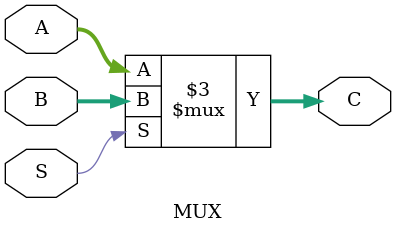
<source format=sv>
`timescale 1ns / 1ps


module MUX(
    input logic [31:0] A,
    input logic [31:0] B,
    input logic  S,
    output logic [31:0] C
    );
    
    always_comb begin
        C = (!S) ? A : B;
    end
endmodule

</source>
